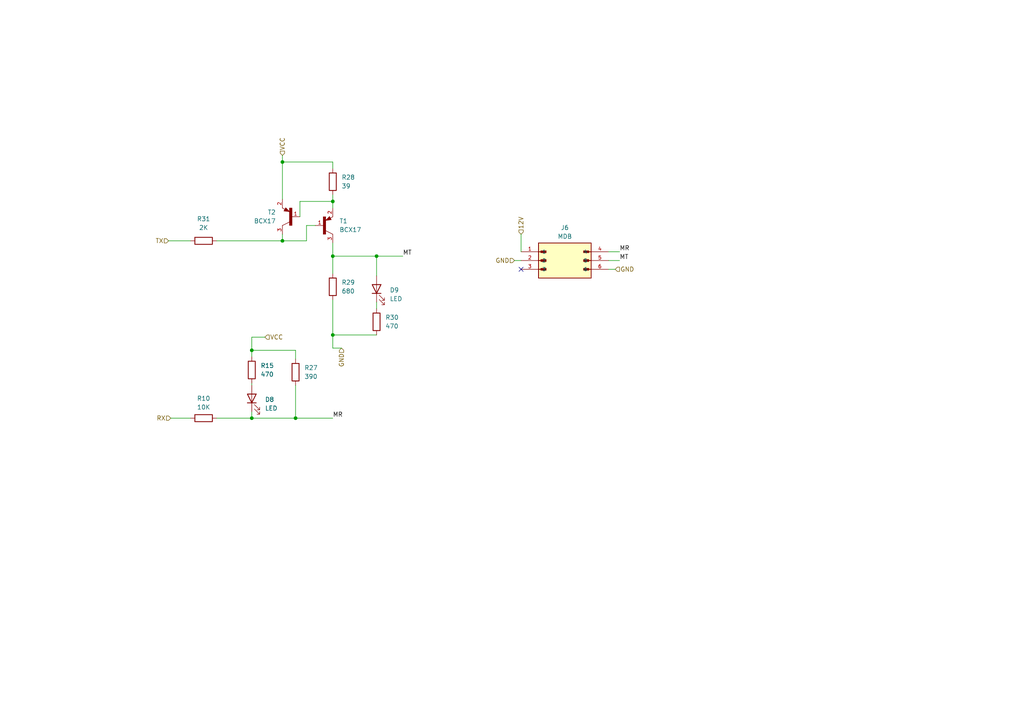
<source format=kicad_sch>
(kicad_sch (version 20250114) (generator "eeschema") (generator_version "9.0")
  (paper "A4")
  (lib_symbols
    (symbol "Device:LED" (pin_numbers (hide yes)) (pin_names (offset 1.016) (hide yes))
      (property "Reference" "D" (at 0 2.54 0))
      (property "Value" "LED" (at 0 -2.54 0))
      (symbol "LED_0_1"
        (polyline (pts (xy -3.048 -0.762) (xy -4.572 -2.286) (xy -3.81 -2.286) (xy -4.572 -2.286) (xy -4.572 -1.524)))
        (polyline (pts (xy -1.778 -0.762) (xy -3.302 -2.286) (xy -2.54 -2.286) (xy -3.302 -2.286) (xy -3.302 -1.524)))
        (polyline (pts (xy -1.27 0) (xy 1.27 0)))
        (polyline (pts (xy -1.27 -1.27) (xy -1.27 1.27)) (stroke (width 0.254)))
        (polyline (pts (xy 1.27 -1.27) (xy 1.27 1.27) (xy -1.27 0) (xy 1.27 -1.27)) (stroke (width 0.254)))
      )
      (symbol "LED_1_1"
        (pin passive line (at -3.81 0 0) (length 2.54) (name "K") (number "1"))
        (pin passive line (at 3.81 0 180) (length 2.54) (name "A") (number "2"))
      )
    )
    (symbol "Device:R" (pin_numbers (hide yes)) (pin_names (offset 0))
      (property "Reference" "R" (at 2.032 0 90))
      (property "Value" "R" (at 0 0 90))
      (symbol "R_0_1"
        (rectangle (start -1.016 -2.54) (end 1.016 2.54) (stroke (width 0.254)))
      )
      (symbol "R_1_1"
        (pin passive line (at 0 3.81 270) (length 1.27) (name "~") (number "1"))
        (pin passive line (at 0 -3.81 90) (length 1.27) (name "~") (number "2"))
      )
    )
    (symbol "smart_meter:BCX17" (pin_names (offset 1.016))
      (property "Reference" "T" (at -10.1737 7.6303 0))
      (property "Value" "BCX17" (at -10.1718 5.0859 0))
      (symbol "BCX17_0_0"
        (rectangle (start -0.254 -2.5404) (end 0.508 2.54) (stroke (width 0.1)) (fill (type outline)))
        (polyline (pts (xy 0.5159 1.478) (xy 2.0861 1.6779)) (stroke (width 0.1524)))
        (polyline (pts (xy 0.762 1.651) (xy 1.778 1.778)) (stroke (width 0.254)))
        (polyline (pts (xy 1.143 1.905) (xy 1.524 1.905)) (stroke (width 0.254)))
        (polyline (pts (xy 1.524 2.413) (xy 0.762 1.651)) (stroke (width 0.254)))
        (polyline (pts (xy 1.524 2.159) (xy 1.143 1.905)) (stroke (width 0.254)))
        (polyline (pts (xy 1.5781 2.5941) (xy 0.5159 1.478)) (stroke (width 0.1524)))
        (polyline (pts (xy 1.778 1.778) (xy 1.524 2.159)) (stroke (width 0.254)))
        (polyline (pts (xy 1.905 1.778) (xy 1.524 2.413)) (stroke (width 0.254)))
        (polyline (pts (xy 2.0861 1.6779) (xy 1.5781 2.5941)) (stroke (width 0.1524)))
        (polyline (pts (xy 2.54 2.54) (xy 1.808 2.1239)) (stroke (width 0.1524)))
        (polyline (pts (xy 2.54 -2.54) (xy 0.508 -1.524)) (stroke (width 0.1524)))
        (pin passive line (at -2.54 0 0) (length 2.54) (name "~") (number "1"))
        (pin passive line (at 2.54 5.08 270) (length 2.54) (name "~") (number "2"))
        (pin passive line (at 2.54 -5.08 90) (length 2.54) (name "~") (number "3"))
      )
    )
    (symbol "smart_meter:MDB" (pin_names (offset 1.016))
      (property "Reference" "J" (at -7.62 6.35 0))
      (property "Value" "MDB" (at -7.62 -7.62 0))
      (symbol "MDB_0_0"
        (polyline (pts (xy -7.62 2.54) (xy -5.715 2.54)) (stroke (width 0.254)))
        (polyline (pts (xy -7.62 0) (xy -5.715 0)) (stroke (width 0.254)))
        (polyline (pts (xy -7.62 -2.54) (xy -5.715 -2.54)) (stroke (width 0.254)))
        (rectangle (start -7.62 -5.08) (end 7.62 5.08) (stroke (width 0.254)) (fill (type background)))
        (rectangle (start -6.985 2.2225) (end -5.3975 2.8575) (stroke (width 0.1)) (fill (type outline)))
        (rectangle (start -6.985 -0.3175) (end -5.3975 0.3175) (stroke (width 0.1)) (fill (type outline)))
        (rectangle (start -6.985 -2.8575) (end -5.3975 -2.2225) (stroke (width 0.1)) (fill (type outline)))
        (rectangle (start 5.3975 2.2225) (end 6.985 2.8575) (stroke (width 0.1)) (fill (type outline)))
        (rectangle (start 5.3975 -0.3175) (end 6.985 0.3175) (stroke (width 0.1)) (fill (type outline)))
        (rectangle (start 5.3975 -2.8575) (end 6.985 -2.2225) (stroke (width 0.1)) (fill (type outline)))
        (polyline (pts (xy 7.62 2.54) (xy 5.715 2.54)) (stroke (width 0.254)))
        (polyline (pts (xy 7.62 0) (xy 5.715 0)) (stroke (width 0.254)))
        (polyline (pts (xy 7.62 -2.54) (xy 5.715 -2.54)) (stroke (width 0.254)))
        (pin passive line (at -12.7 2.54 0) (length 5.08) (name "1") (number "1"))
        (pin passive line (at -12.7 0 0) (length 5.08) (name "2") (number "2"))
        (pin passive line (at -12.7 -2.54 0) (length 5.08) (name "3") (number "3"))
        (pin passive line (at 12.7 2.54 180) (length 5.08) (name "4") (number "4"))
        (pin passive line (at 12.7 0 180) (length 5.08) (name "5") (number "5"))
        (pin passive line (at 12.7 -2.54 180) (length 5.08) (name "6") (number "6"))
      )
    )
  )
  (junction (at 85.725 121.285))
  (junction (at 109.22 74.295))
  (junction (at 81.915 69.85))
  (junction (at 96.52 74.295))
  (junction (at 73.025 121.285))
  (junction (at 96.52 58.42))
  (junction (at 73.025 101.6))
  (junction (at 81.915 46.99))
  (junction (at 96.52 97.155))
  (no_connect (at 151.13 78.105))
  (wire (pts (xy 86.995 58.42) (xy 96.52 58.42)))
  (wire (pts (xy 149.225 75.565) (xy 151.13 75.565)))
  (wire (pts (xy 62.865 69.85) (xy 81.915 69.85)))
  (wire (pts (xy 62.865 121.285) (xy 73.025 121.285)))
  (wire (pts (xy 73.025 121.285) (xy 85.725 121.285)))
  (wire (pts (xy 151.13 67.945) (xy 151.13 73.025)))
  (wire (pts (xy 96.52 86.995) (xy 96.52 97.155)))
  (wire (pts (xy 109.22 74.295) (xy 109.22 80.01)))
  (wire (pts (xy 81.915 46.99) (xy 81.915 57.785)))
  (wire (pts (xy 81.915 46.99) (xy 81.915 45.085)))
  (wire (pts (xy 85.725 101.6) (xy 73.025 101.6)))
  (wire (pts (xy 96.52 56.515) (xy 96.52 58.42)))
  (wire (pts (xy 96.52 79.375) (xy 96.52 74.295)))
  (wire (pts (xy 91.44 65.405) (xy 88.9 65.405)))
  (wire (pts (xy 96.52 58.42) (xy 96.52 60.325)))
  (wire (pts (xy 85.725 104.14) (xy 85.725 101.6)))
  (wire (pts (xy 73.025 119.38) (xy 73.025 121.285)))
  (wire (pts (xy 73.025 111.76) (xy 73.025 111.125)))
  (wire (pts (xy 178.435 78.105) (xy 176.53 78.105)))
  (wire (pts (xy 55.245 69.85) (xy 48.895 69.85)))
  (wire (pts (xy 96.52 97.155) (xy 96.52 100.965)))
  (wire (pts (xy 96.52 74.295) (xy 96.52 70.485)))
  (wire (pts (xy 85.725 111.76) (xy 85.725 121.285)))
  (wire (pts (xy 179.705 73.025) (xy 176.53 73.025)))
  (wire (pts (xy 96.52 48.895) (xy 96.52 46.99)))
  (wire (pts (xy 81.915 69.85) (xy 88.9 69.85)))
  (wire (pts (xy 73.025 97.79) (xy 76.835 97.79)))
  (wire (pts (xy 116.84 74.295) (xy 109.22 74.295)))
  (wire (pts (xy 73.025 97.79) (xy 73.025 101.6)))
  (wire (pts (xy 109.22 97.155) (xy 96.52 97.155)))
  (wire (pts (xy 88.9 65.405) (xy 88.9 69.85)))
  (wire (pts (xy 55.245 121.285) (xy 49.53 121.285)))
  (wire (pts (xy 179.705 75.565) (xy 176.53 75.565)))
  (wire (pts (xy 109.22 74.295) (xy 96.52 74.295)))
  (wire (pts (xy 99.06 100.965) (xy 96.52 100.965)))
  (wire (pts (xy 73.025 101.6) (xy 73.025 103.505)))
  (wire (pts (xy 81.915 69.85) (xy 81.915 67.945)))
  (wire (pts (xy 109.22 89.535) (xy 109.22 87.63)))
  (wire (pts (xy 86.995 62.865) (xy 86.995 58.42)))
  (wire (pts (xy 85.725 121.285) (xy 96.52 121.285)))
  (wire (pts (xy 81.915 46.99) (xy 96.52 46.99)))
  (label "MR" (at 179.705 73.025 0))
  (label "MT" (at 116.84 74.295 0))
  (label "MR" (at 96.52 121.285 0))
  (label "MT" (at 179.705 75.565 0))
  (hierarchical_label "GND" (shape input) (at 178.435 78.105 0))
  (hierarchical_label "12V" (shape input) (at 151.13 67.945 90))
  (hierarchical_label "VCC" (shape input) (at 81.915 45.085 90))
  (hierarchical_label "TX" (shape input) (at 48.895 69.85 180))
  (hierarchical_label "VCC" (shape input) (at 76.835 97.79 0))
  (hierarchical_label "RX" (shape input) (at 49.53 121.285 180))
  (hierarchical_label "GND" (shape input) (at 149.225 75.565 180))
  (hierarchical_label "GND" (shape input) (at 99.06 100.965 270))
  (symbol (lib_id "Device:R") (at 96.52 52.705 0) (unit 1)
    (property "Reference" "R28" (at 99.06 51.4349 0) (effects (justify left)))
    (property "Value" "39" (at 99.06 53.9749 0) (effects (justify left)))
    (property "Footprint" "Resistor_SMD:R_1206_3216Metric" (effects (hide yes)))
    (property "Description" "Resistor" (effects (hide yes)))
  )
  (symbol (lib_id "Device:R") (at 85.725 107.95 180) (unit 1)
    (property "Reference" "R27" (at 88.265 106.6799 0) (effects (justify right)))
    (property "Value" "390" (at 88.265 109.2199 0) (effects (justify right)))
    (property "Footprint" "Resistor_SMD:R_1206_3216Metric" (effects (hide yes)))
    (property "Description" "Resistor" (effects (hide yes)))
  )
  (symbol (lib_id "smart_meter:MDB") (at 163.83 75.565 0) (unit 1)
    (property "Reference" "J6" (at 163.83 66.04 0))
    (property "Value" "MDB" (at 163.83 68.58 0))
    (property "Footprint" "smart_meter:MDB" (effects (hide yes)))
    (property "PARTREV" "A" (effects (hide yes)))
    (property "STANDARD" "Manufacturer Recommendations" (effects (hide yes)))
    (property "MAXIMUM_PACKAGE_HEIGHT" "11.40mm" (effects (hide yes)))
    (property "MANUFACTURER" "Molex" (effects (hide yes)))
  )
  (symbol (lib_id "Device:R") (at 59.055 121.285 90) (unit 1)
    (property "Reference" "R10" (at 59.055 115.57 90))
    (property "Value" "10K" (at 59.055 118.11 90))
    (property "Footprint" "Resistor_SMD:R_1206_3216Metric" (effects (hide yes)))
    (property "Description" "Resistor" (effects (hide yes)))
  )
  (symbol (lib_id "Device:R") (at 96.52 83.185 0) (unit 1)
    (property "Reference" "R29" (at 99.06 81.9149 0) (effects (justify left)))
    (property "Value" "680" (at 99.06 84.4549 0) (effects (justify left)))
    (property "Footprint" "Resistor_SMD:R_1206_3216Metric" (effects (hide yes)))
    (property "Description" "Resistor" (effects (hide yes)))
  )
  (symbol (lib_id "smart_meter:BCX17") (at 93.98 65.405 0) (unit 1)
    (property "Reference" "T1" (at 98.425 64.1078 0) (effects (justify left)))
    (property "Value" "BCX17" (at 98.425 66.6478 0) (effects (justify left)))
    (property "Footprint" "smart_meter:BCX17" (effects (hide yes)))
    (property "DigiKey_Part_Number" "2156-BCX17-ND" (effects (hide yes)))
    (property "SnapEDA_Link" "https://www.snapeda.com/parts/BCX17/Fairchild+Imaging/view-part/?ref=snap" (effects (hide yes)))
    (property "Description_1" "Bipolar (BJT) Transistor PNP 45 V 500 mA 300 mW Surface Mount SOT-23-3" (effects (hide yes)))
    (property "MF" "Fairchild Semiconductor" (effects (hide yes)))
    (property "Package" "None" (effects (hide yes)))
    (property "Check_prices" "https://www.snapeda.com/parts/BCX17/Fairchild+Imaging/view-part/?ref=eda" (effects (hide yes)))
    (property "MP" "BCX17" (effects (hide yes)))
  )
  (symbol (lib_id "Device:R") (at 109.22 93.345 180) (unit 1)
    (property "Reference" "R30" (at 111.76 92.0749 0) (effects (justify right)))
    (property "Value" "470" (at 111.76 94.6149 0) (effects (justify right)))
    (property "Footprint" "Resistor_SMD:R_1206_3216Metric" (effects (hide yes)))
    (property "Description" "Resistor" (effects (hide yes)))
  )
  (symbol (lib_id "Device:LED") (at 73.025 115.57 90) (unit 1)
    (property "Reference" "D8" (at 76.835 115.8874 90) (effects (justify right)))
    (property "Value" "LED" (at 76.835 118.4274 90) (effects (justify right)))
    (property "Footprint" "LED_SMD:LED_0805_2012Metric" (effects (hide yes)))
    (property "Description" "Light emitting diode" (effects (hide yes)))
    (property "Sim.Pins" "1=K 2=A" (effects (hide yes)))
  )
  (symbol (lib_id "Device:LED") (at 109.22 83.82 90) (unit 1)
    (property "Reference" "D9" (at 113.03 84.1374 90) (effects (justify right)))
    (property "Value" "LED" (at 113.03 86.6774 90) (effects (justify right)))
    (property "Footprint" "LED_SMD:LED_0805_2012Metric" (effects (hide yes)))
    (property "Description" "Light emitting diode" (effects (hide yes)))
    (property "Sim.Pins" "1=K 2=A" (effects (hide yes)))
  )
  (symbol (lib_id "Device:R") (at 59.055 69.85 90) (unit 1)
    (property "Reference" "R31" (at 59.055 63.5 90))
    (property "Value" "2K" (at 59.055 66.04 90))
    (property "Footprint" "Resistor_SMD:R_1206_3216Metric" (effects (hide yes)))
    (property "Description" "Resistor" (effects (hide yes)))
  )
  (symbol (lib_id "smart_meter:BCX17") (at 84.455 62.865 0) (mirror y) (unit 1)
    (property "Reference" "T2" (at 80.01 61.5678 0) (effects (justify left)))
    (property "Value" "BCX17" (at 80.01 64.1078 0) (effects (justify left)))
    (property "Footprint" "smart_meter:BCX17" (effects (hide yes)))
    (property "DigiKey_Part_Number" "2156-BCX17-ND" (effects (hide yes)))
    (property "SnapEDA_Link" "https://www.snapeda.com/parts/BCX17/Fairchild+Imaging/view-part/?ref=snap" (effects (hide yes)))
    (property "Description_1" "Bipolar (BJT) Transistor PNP 45 V 500 mA 300 mW Surface Mount SOT-23-3" (effects (hide yes)))
    (property "MF" "Fairchild Semiconductor" (effects (hide yes)))
    (property "Package" "None" (effects (hide yes)))
    (property "Check_prices" "https://www.snapeda.com/parts/BCX17/Fairchild+Imaging/view-part/?ref=eda" (effects (hide yes)))
    (property "MP" "BCX17" (effects (hide yes)))
  )
  (symbol (lib_id "Device:R") (at 73.025 107.315 180) (unit 1)
    (property "Reference" "R15" (at 75.565 106.0449 0) (effects (justify right)))
    (property "Value" "470" (at 75.565 108.5849 0) (effects (justify right)))
    (property "Footprint" "Resistor_SMD:R_1206_3216Metric" (effects (hide yes)))
    (property "Description" "Resistor" (effects (hide yes)))
  )
)
</source>
